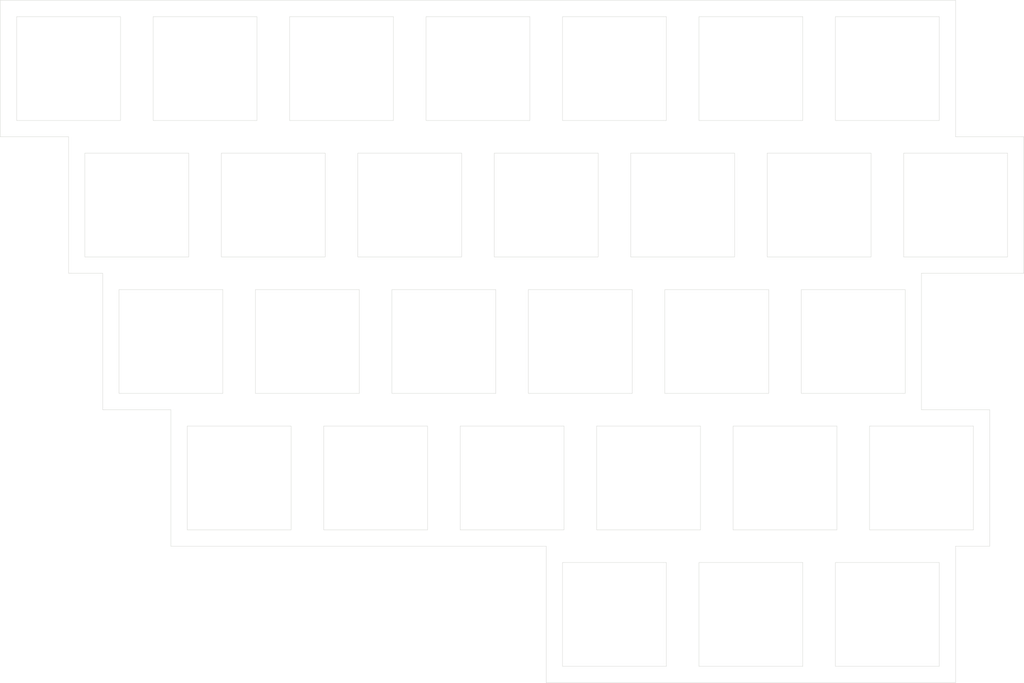
<source format=kicad_pcb>
(kicad_pcb (version 20241229) (generator "pcbnew") (generator_version "9.0")
  (layers (0 "F.Cu" power) (2 "B.Cu" signal) (13 "F.Paste" user) (15 "B.Paste" user) (5 "F.SilkS" user "F.Silkscreen") (7 "B.SilkS" user "B.Silkscreen") (1 "F.Mask" user) (3 "B.Mask" user) (25 "Edge.Cuts" user))
  (net 0 "")
  (footprint "footprints:filler-plate" (layer "F.Cu") (at 158.650648 165.19908)
    (property "Reference" "REF**" (hide yes))
    (property "Value" "switch-plate" (hide yes))
    (fp_rect (start -7.25 -7.25) (end 7.25 7.25) (stroke (width 0.05)) (fill no) (layer "Edge.Cuts"))
  )
  (footprint "footprints:filler-plate" (layer "F.Cu") (at 196.750616 165.19908)
    (property "Reference" "REF**" (hide yes))
    (property "Value" "switch-plate" (hide yes))
    (fp_rect (start -7.25 -7.25) (end 7.25 7.25) (stroke (width 0.05)) (fill no) (layer "Edge.Cuts"))
  )
  (footprint "MountingHole:MountingHole_2.2mm_M2" (layer "F.Cu") (at 144.36316 105.370224)
    (property "Reference" "M2" (hide yes))
    (property "Value" "MountingHole_2.2mm_M2" (hide yes))
    (pad "" np_thru_hole circle (at 0 0) (size 2.2 2.2) (drill 2.2) (layers "*.Cu" "*.Mask"))
  )
  (footprint "footprints:filler-plate" (layer "F.Cu") (at 125.313176 127.099112)
    (property "Reference" "REF**" (hide yes))
    (property "Value" "switch-plate" (hide yes))
    (fp_rect (start -7.25 -7.25) (end 7.25 7.25) (stroke (width 0.05)) (fill no) (layer "Edge.Cuts"))
  )
  (footprint "footprints:filler-plate" (layer "F.Cu") (at 201.513112 127.099112)
    (property "Reference" "REF**" (hide yes))
    (property "Value" "switch-plate" (hide yes))
    (fp_rect (start -7.25 -7.25) (end 7.25 7.25) (stroke (width 0.05)) (fill no) (layer "Edge.Cuts"))
  )
  (footprint "footprints:filler-plate" (layer "F.Cu") (at 168.17564 146.149096)
    (property "Reference" "REF**" (hide yes))
    (property "Value" "switch-plate" (hide yes))
    (fp_rect (start -7.25 -7.25) (end 7.25 7.25) (stroke (width 0.05)) (fill no) (layer "Edge.Cuts"))
  )
  (footprint "footprints:filler-plate" (layer "F.Cu") (at 130.075672 146.149096)
    (property "Reference" "REF**" (hide yes))
    (property "Value" "switch-plate" (hide yes))
    (fp_rect (start -7.25 -7.25) (end 7.25 7.25) (stroke (width 0.05)) (fill no) (layer "Edge.Cuts"))
  )
  (footprint "MountingHole:MountingHole_2.2mm_M2" (layer "F.Cu") (at 191.98812 118.169432)
    (property "Reference" "M2" (hide yes))
    (property "Value" "MountingHole_2.2mm_M2" (hide yes))
    (pad "" np_thru_hole circle (at 0 0) (size 2.2 2.2) (drill 2.2) (layers "*.Cu" "*.Mask"))
  )
  (footprint "footprints:filler-plate" (layer "F.Cu") (at 172.938136 184.249064)
    (property "Reference" "REF**" (hide yes))
    (property "Value" "switch-plate" (hide yes))
    (fp_rect (start -7.25 -7.25) (end 7.25 7.25) (stroke (width 0.05)) (fill no) (layer "Edge.Cuts"))
  )
  (footprint "MountingHole:MountingHole_2.2mm_M2" (layer "F.Cu") (at 101.500696 155.078776)
    (property "Reference" "M2" (hide yes))
    (property "Value" "MountingHole_2.2mm_M2" (hide yes))
    (pad "" np_thru_hole circle (at 0 0) (size 2.2 2.2) (drill 2.2) (layers "*.Cu" "*.Mask"))
  )
  (footprint "footprints:filler-plate" (layer "F.Cu") (at 77.688216 108.049128)
    (property "Reference" "REF**" (hide yes))
    (property "Value" "switch-plate" (hide yes))
    (fp_rect (start -7.25 -7.25) (end 7.25 7.25) (stroke (width 0.05)) (fill no) (layer "Edge.Cuts"))
  )
  (footprint "footprints:filler-plate" (layer "F.Cu") (at 187.225624 146.149096)
    (property "Reference" "REF**" (hide yes))
    (property "Value" "switch-plate" (hide yes))
    (fp_rect (start -7.25 -7.25) (end 7.25 7.25) (stroke (width 0.05)) (fill no) (layer "Edge.Cuts"))
  )
  (footprint "footprints:filler-plate" (layer "F.Cu") (at 101.500696 165.19908)
    (property "Reference" "REF**" (hide yes))
    (property "Value" "switch-plate" (hide yes))
    (fp_rect (start -7.25 -7.25) (end 7.25 7.25) (stroke (width 0.05)) (fill no) (layer "Edge.Cuts"))
  )
  (footprint "footprints:filler-plate" (layer "F.Cu") (at 96.7382 108.049128)
    (property "Reference" "REF**" (hide yes))
    (property "Value" "switch-plate" (hide yes))
    (fp_rect (start -7.25 -7.25) (end 7.25 7.25) (stroke (width 0.05)) (fill no) (layer "Edge.Cuts"))
  )
  (footprint "footprints:filler-plate" (layer "F.Cu") (at 115.788184 108.049128)
    (property "Reference" "REF**" (hide yes))
    (property "Value" "switch-plate" (hide yes))
    (fp_rect (start -7.25 -7.25) (end 7.25 7.25) (stroke (width 0.05)) (fill no) (layer "Edge.Cuts"))
  )
  (footprint "MountingHole:MountingHole_2.2mm_M2" (layer "F.Cu") (at 139.600664 136.640338)
    (property "Reference" "M2" (hide yes))
    (property "Value" "MountingHole_2.2mm_M2" (hide yes))
    (pad "" np_thru_hole circle (at 0 0) (size 2.2 2.2) (drill 2.2) (layers "*.Cu" "*.Mask"))
  )
  (footprint "MountingHole:MountingHole_2.2mm_M2" (layer "F.Cu") (at 187.225624 156.2694)
    (property "Reference" "M2" (hide yes))
    (property "Value" "MountingHole_2.2mm_M2" (hide yes))
    (pad "" np_thru_hole circle (at 0 0) (size 2.2 2.2) (drill 2.2) (layers "*.Cu" "*.Mask"))
  )
  (footprint "footprints:filler-plate" (layer "F.Cu") (at 106.263192 127.099112)
    (property "Reference" "REF**" (hide yes))
    (property "Value" "switch-plate" (hide yes))
    (fp_rect (start -7.25 -7.25) (end 7.25 7.25) (stroke (width 0.05)) (fill no) (layer "Edge.Cuts"))
  )
  (footprint "footprints:filler-plate" (layer "F.Cu") (at 149.125656 146.149096)
    (property "Reference" "REF**" (hide yes))
    (property "Value" "switch-plate" (hide yes))
    (fp_rect (start -7.25 -7.25) (end 7.25 7.25) (stroke (width 0.05)) (fill no) (layer "Edge.Cuts"))
  )
  (footprint "footprints:filler-plate" (layer "F.Cu") (at 182.463128 127.099112)
    (property "Reference" "REF**" (hide yes))
    (property "Value" "switch-plate" (hide yes))
    (fp_rect (start -7.25 -7.25) (end 7.25 7.25) (stroke (width 0.05)) (fill no) (layer "Edge.Cuts"))
  )
  (footprint "footprints:filler-plate" (layer "F.Cu") (at 91.975704 146.149096)
    (property "Reference" "REF**" (hide yes))
    (property "Value" "switch-plate" (hide yes))
    (fp_rect (start -7.25 -7.25) (end 7.25 7.25) (stroke (width 0.05)) (fill no) (layer "Edge.Cuts"))
  )
  (footprint "footprints:filler-plate" (layer "F.Cu") (at 139.600664 165.19908)
    (property "Reference" "REF**" (hide yes))
    (property "Value" "switch-plate" (hide yes))
    (fp_rect (start -7.25 -7.25) (end 7.25 7.25) (stroke (width 0.05)) (fill no) (layer "Edge.Cuts"))
  )
  (footprint "footprints:filler-plate" (layer "F.Cu") (at 177.700632 165.19908)
    (property "Reference" "REF**" (hide yes))
    (property "Value" "switch-plate" (hide yes))
    (fp_rect (start -7.25 -7.25) (end 7.25 7.25) (stroke (width 0.05)) (fill no) (layer "Edge.Cuts"))
  )
  (footprint "footprints:filler-plate" (layer "F.Cu") (at 153.888152 184.249064)
    (property "Reference" "REF**" (hide yes))
    (property "Value" "switch-plate" (hide yes))
    (fp_rect (start -7.25 -7.25) (end 7.25 7.25) (stroke (width 0.05)) (fill no) (layer "Edge.Cuts"))
  )
  (footprint "footprints:filler-plate" (layer "F.Cu") (at 153.888152 108.049128)
    (property "Reference" "REF**" (hide yes))
    (property "Value" "switch-plate" (hide yes))
    (fp_rect (start -7.25 -7.25) (end 7.25 7.25) (stroke (width 0.05)) (fill no) (layer "Edge.Cuts"))
  )
  (footprint "footprints:filler-plate" (layer "F.Cu") (at 163.413144 127.099112)
    (property "Reference" "REF**" (hide yes))
    (property "Value" "switch-plate" (hide yes))
    (fp_rect (start -7.25 -7.25) (end 7.25 7.25) (stroke (width 0.05)) (fill no) (layer "Edge.Cuts"))
  )
  (footprint "footprints:filler-plate" (layer "F.Cu") (at 191.98812 108.049128)
    (property "Reference" "REF**" (hide yes))
    (property "Value" "switch-plate" (hide yes))
    (fp_rect (start -7.25 -7.25) (end 7.25 7.25) (stroke (width 0.05)) (fill no) (layer "Edge.Cuts"))
  )
  (footprint "footprints:filler-plate" (layer "F.Cu") (at 134.838168 108.049128)
    (property "Reference" "REF**" (hide yes))
    (property "Value" "switch-plate" (hide yes))
    (fp_rect (start -7.25 -7.25) (end 7.25 7.25) (stroke (width 0.05)) (fill no) (layer "Edge.Cuts"))
  )
  (footprint "MountingHole:MountingHole_2.2mm_M2" (layer "F.Cu") (at 149.125656 174.12876)
    (property "Reference" "M2" (hide yes))
    (property "Value" "MountingHole_2.2mm_M2" (hide yes))
    (pad "" np_thru_hole circle (at 0 0) (size 2.2 2.2) (drill 2.2) (layers "*.Cu" "*.Mask"))
  )
  (footprint "footprints:filler-plate" (layer "F.Cu") (at 120.55068 165.19908)
    (property "Reference" "REF**" (hide yes))
    (property "Value" "switch-plate" (hide yes))
    (fp_rect (start -7.25 -7.25) (end 7.25 7.25) (stroke (width 0.05)) (fill no) (layer "Edge.Cuts"))
  )
  (footprint "footprints:filler-plate" (layer "F.Cu") (at 144.36316 127.099112)
    (property "Reference" "REF**" (hide yes))
    (property "Value" "switch-plate" (hide yes))
    (fp_rect (start -7.25 -7.25) (end 7.25 7.25) (stroke (width 0.05)) (fill no) (layer "Edge.Cuts"))
  )
  (footprint "footprints:filler-plate" (layer "F.Cu") (at 111.025688 146.149096)
    (property "Reference" "REF**" (hide yes))
    (property "Value" "switch-plate" (hide yes))
    (fp_rect (start -7.25 -7.25) (end 7.25 7.25) (stroke (width 0.05)) (fill no) (layer "Edge.Cuts"))
  )
  (footprint "footprints:filler-plate" (layer "F.Cu") (at 87.213208 127.099112)
    (property "Reference" "REF**" (hide yes))
    (property "Value" "switch-plate" (hide yes))
    (fp_rect (start -7.25 -7.25) (end 7.25 7.25) (stroke (width 0.05)) (fill no) (layer "Edge.Cuts"))
  )
  (footprint "footprints:filler-plate" (layer "F.Cu") (at 172.938136 108.049128)
    (property "Reference" "REF**" (hide yes))
    (property "Value" "switch-plate" (hide yes))
    (fp_rect (start -7.25 -7.25) (end 7.25 7.25) (stroke (width 0.05)) (fill no) (layer "Edge.Cuts"))
  )
  (footprint "MountingHole:MountingHole_2.2mm_M2" (layer "F.Cu") (at 87.213208 116.978808)
    (property "Reference" "M2" (hide yes))
    (property "Value" "MountingHole_2.2mm_M2" (hide yes))
    (pad "" np_thru_hole circle (at 0 0) (size 2.2 2.2) (drill 2.2) (layers "*.Cu" "*.Mask"))
  )
  (footprint "footprints:filler-plate" (layer "F.Cu") (at 191.98812 184.249064)
    (property "Reference" "REF**" (hide yes))
    (property "Value" "switch-plate" (hide yes))
    (fp_rect (start -7.25 -7.25) (end 7.25 7.25) (stroke (width 0.05)) (fill no) (layer "Edge.Cuts"))
  )
  (footprint "MountingHole:MountingHole_2.2mm_M2" (layer "B.Cu") (at 187.225624 174.12876 180)
    (property "Reference" "M2" (hide yes))
    (property "Value" "MountingHole_2.2mm_M2" (hide yes))
    (pad "" np_thru_hole circle (at 0 0 180) (size 2.2 2.2) (drill 2.2) (layers "*.Cu" "*.Mask"))
  )
  (gr_line (start 201.513106 98.524271) (end 68.163106 98.524088) (stroke (width 0.05)) (layer "Edge.Cuts"))
  (gr_line (start 201.513106 117.574088) (end 211.038106 117.574088) (stroke (width 0.05)) (layer "Edge.Cuts"))
  (gr_line (start 206.275606 174.724088) (end 201.513112 174.724088) (stroke (width 0.05)) (layer "Edge.Cuts"))
  (gr_line (start 77.688106 117.574088) (end 68.163106 117.574088) (stroke (width 0.05)) (layer "Edge.Cuts"))
  (gr_line (start 201.513112 174.724088) (end 201.513112 193.774088) (stroke (width 0.05)) (layer "Edge.Cuts"))
  (gr_line (start 211.038106 136.624088) (end 196.750606 136.624088) (stroke (width 0.05)) (layer "Edge.Cuts"))
  (gr_line (start 91.975606 174.724088) (end 91.975606 155.674088) (stroke (width 0.05)) (layer "Edge.Cuts"))
  (gr_line (start 82.450606 155.674088) (end 82.450606 136.624088) (stroke (width 0.05)) (layer "Edge.Cuts"))
  (gr_line (start 196.750606 136.624088) (end 196.750606 155.674088) (stroke (width 0.05)) (layer "Edge.Cuts"))
  (gr_line (start 196.750606 155.674088) (end 206.275606 155.674088) (stroke (width 0.05)) (layer "Edge.Cuts"))
  (gr_line (start 144.36316 174.724088) (end 91.975606 174.724088) (stroke (width 0.05)) (layer "Edge.Cuts"))
  (gr_line (start 211.038106 136.624088) (end 211.038106 117.574088) (stroke (width 0.05)) (layer "Edge.Cuts"))
  (gr_line (start 91.975606 155.674088) (end 82.450606 155.674088) (stroke (width 0.05)) (layer "Edge.Cuts"))
  (gr_line (start 82.450606 136.624088) (end 77.688106 136.624088) (stroke (width 0.05)) (layer "Edge.Cuts"))
  (gr_line (start 68.163106 117.574088) (end 68.163106 98.524088) (stroke (width 0.05)) (layer "Edge.Cuts"))
  (gr_line (start 144.363161 193.77414) (end 144.36316 174.724072) (stroke (width 0.05)) (layer "Edge.Cuts"))
  (gr_line (start 201.513106 98.524088) (end 201.513106 117.574088) (stroke (width 0.05)) (layer "Edge.Cuts"))
  (gr_line (start 144.363161 193.77414) (end 201.513112 193.774088) (stroke (width 0.05)) (layer "Edge.Cuts"))
  (gr_line (start 77.688106 136.624088) (end 77.688106 117.574088) (stroke (width 0.05)) (layer "Edge.Cuts"))
  (gr_line (start 206.275606 174.724088) (end 206.275606 155.674088) (stroke (width 0.05)) (layer "Edge.Cuts"))
)
</source>
